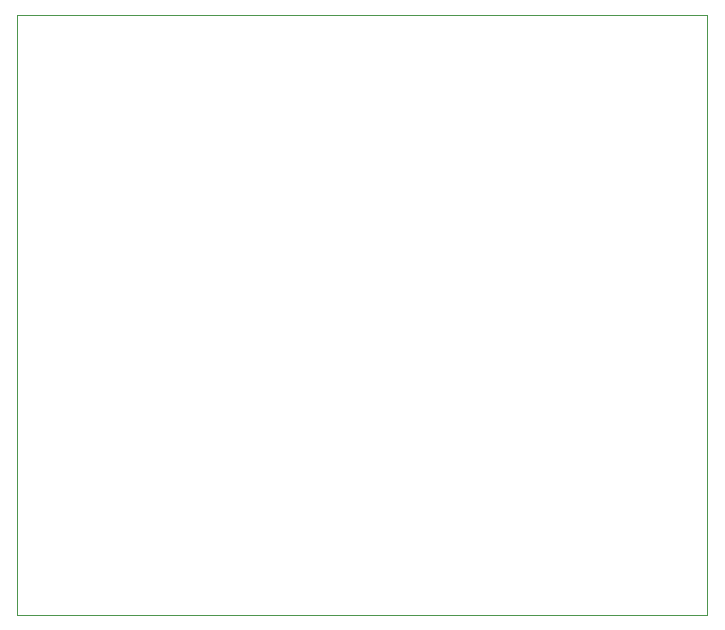
<source format=gbr>
%TF.GenerationSoftware,Altium Limited,Altium Designer,22.6.1 (34)*%
G04 Layer_Color=0*
%FSLAX26Y26*%
%MOIN*%
%TF.SameCoordinates,2B337168-DF0E-4336-AB3C-9C7F5D13073F*%
%TF.FilePolarity,Positive*%
%TF.FileFunction,Profile,NP*%
%TF.Part,Single*%
G01*
G75*
%TA.AperFunction,Profile*%
%ADD72C,0.001000*%
D72*
X1000000Y800000D02*
X3300000D01*
Y2800000D01*
X1000000D01*
Y800000D01*
%TF.MD5,3e5796cd1c047621fcd5a0a49e935c69*%
M02*

</source>
